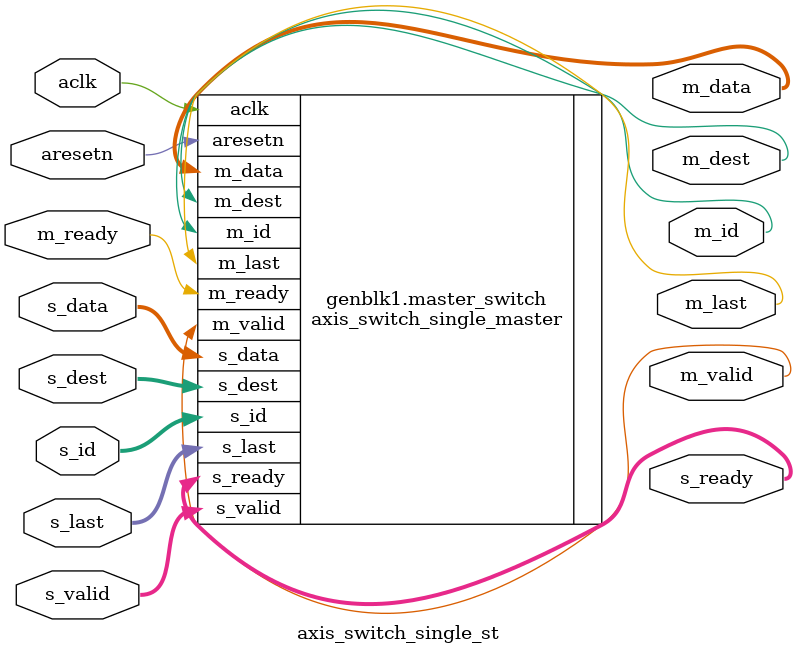
<source format=sv>

module axis_switch_single_st
#(
    parameter NSLAVES = 2,
    parameter NMASTERS = 1,
    parameter DATA_WIDTH = 64,
    parameter HAS_DEST = 0,
    parameter HAS_ID = 0,
    parameter HAS_LAST = 0,
    parameter ID_WIDTH = 1,
    parameter DEST_WIDTH = 1,
    parameter DEST_BASE = 0,
    parameter DEST_STRIDE = 1,
    parameter DEST_RANGE = 0
)
(
    input aclk,
    input aresetn,
    input  logic [NSLAVES-1:0] s_valid,
    output logic [NSLAVES-1:0] s_ready,
    input  logic [NSLAVES*DATA_WIDTH-1:0] s_data,
    input  logic [NSLAVES*DEST_WIDTH-1:0] s_dest,
    input  logic [NSLAVES*ID_WIDTH-1:0] s_id,
    input  logic [NSLAVES-1:0] s_last,
    output logic [NMASTERS-1:0] m_valid,
    input  logic [NMASTERS-1:0] m_ready,
    output logic [NMASTERS*DATA_WIDTH-1:0] m_data,
    output logic [NMASTERS*DEST_WIDTH-1:0] m_dest,
    output logic [NMASTERS*ID_WIDTH-1:0] m_id,
    output logic [NMASTERS-1:0] m_last
);

    if (NMASTERS == 1) begin

        axis_switch_single_master #(
            .NSLAVES(NSLAVES),
            .HAS_ID(HAS_ID),
            .HAS_LAST(HAS_LAST),
            .HAS_DEST(HAS_DEST),
            .DATA_WIDTH(DATA_WIDTH),
            .DEST_WIDTH(DEST_WIDTH),
            .ID_WIDTH(ID_WIDTH)
        )
        master_switch (
            .aclk(aclk),
            .aresetn(aresetn),
            .s_valid(s_valid),
            .s_ready(s_ready),
            .s_data(s_data),
            .s_dest(s_dest),
            .s_id(s_id),
            .s_last(s_last),
            .m_valid(m_valid[0]),
            .m_ready(m_ready[0]),
            .m_data(m_data),
            .m_dest(m_dest),
            .m_id(m_id),
            .m_last(m_last[0])
        );

    end else if (NSLAVES == 1) begin

        axis_switch_single_slave #(
            .NMASTERS(NMASTERS),
            .HAS_ID(HAS_ID),
            .HAS_LAST(HAS_LAST),
            .HAS_DEST(HAS_DEST),
            .DATA_WIDTH(DATA_WIDTH),
            .DEST_WIDTH(DEST_WIDTH),
            .ID_WIDTH(ID_WIDTH),
            .DEST_BASE(DEST_BASE),
            .DEST_STRIDE(DEST_STRIDE),
            .DEST_RANGE(DEST_RANGE)
        )
        master_switch (
            .aclk(aclk),
            .aresetn(aresetn),
            .s_valid(s_valid[0]),
            .s_ready(s_ready[0]),
            .s_data(s_data),
            .s_dest(s_dest),
            .s_id(s_id),
            .s_last(s_last[0]),
            .m_valid(m_valid),
            .m_ready(m_ready),
            .m_data(m_data),
            .m_dest(m_dest),
            .m_id(m_id),
            .m_last(m_last)
        );

    end else begin

    typedef enum bit[0:0] {
        IDLE,
        TRANSACTION
    } State_t;

    State_t state;

    localparam SEL_SLAVE_BITS = $clog2(NSLAVES);
    localparam SEL_MASTER_BITS = $clog2(NMASTERS);

    wire in_transaction;
    reg [DATA_WIDTH-1:0] common_m_data;
    reg common_m_last;
    reg [DEST_WIDTH-1:0] common_m_dest;
    reg [ID_WIDTH-1:0] common_m_id;
    reg [SEL_SLAVE_BITS-1:0] sel_slave;
    reg [SEL_MASTER_BITS-1:0] sel_master;

    assign in_transaction = state == TRANSACTION;

    genvar s;
    for (s = 0; s < NSLAVES; s = s+1) begin : SLAVES_READY_SIGNAL
        always_comb begin
            int j;
            s_ready[s] = 0;
            for (j = 0; j < NMASTERS; j = j+1) begin
                if (in_transaction && sel_slave == s && sel_master == j) begin
                    s_ready[s] = m_ready[j];
                end
            end
        end
    end

    genvar m;
    for (m = 0; m < NMASTERS; m = m+1) begin : MASTERS_DATA_SWITCH
        assign m_data[m*DATA_WIDTH +: DATA_WIDTH] = common_m_data;
        assign m_last[m] = common_m_last;
        assign m_id[m*ID_WIDTH +: ID_WIDTH] = common_m_id;

        always_comb begin
            int j1;
            m_valid[m] = 0;
            for (j1 = 0; j1 < NSLAVES; j1 = j1+1) begin
                if (in_transaction && sel_master == m && sel_slave == j1) begin
                    m_valid[m] = s_valid[j1];
                end
            end
        end
    end

    always_comb begin
        int j2;
        common_m_data = s_data[DATA_WIDTH-1 : 0];
        if (HAS_DEST) begin
            common_m_dest = s_dest[DEST_WIDTH-1 : 0];
        end
        if (HAS_LAST) begin
            common_m_last = s_last[0];
        end
        if (HAS_ID) begin
            common_m_id = s_id[ID_WIDTH-1:0];
        end

        for (j2 = 1; j2 < NSLAVES; j2 = j2+1) begin
            if (sel_slave == j2) begin
                common_m_data = s_data[j2*DATA_WIDTH +: DATA_WIDTH];
                if (HAS_DEST) begin
                    common_m_dest = s_dest[j2*DEST_WIDTH +: DEST_WIDTH];
                end
                if (HAS_LAST) begin
                    m_last[m] = s_last[j2];
                end
                if (HAS_ID) begin
                    m_id[m*ID_WIDTH +: ID_WIDTH] = s_id[j2*ID_WIDTH +: ID_WIDTH];
                end
            end
        end
    end

    always_ff @(posedge aclk) begin

        case (state)

            IDLE: begin
                int i, j;

                for (j = 0; j < NSLAVES; j = j+1) begin

                    for (i = 0; i < NMASTERS; i = i+1) begin
                        if (DEST_RANGE == 0) begin
                            if (s_dest[j] == DEST_BASE + i*DEST_STRIDE) begin
                                sel_master <= i;
                            end
                        end else begin
                            if (s_dest[j] >= DEST_BASE + i*DEST_STRIDE &&
                                s_dest[j] <= DEST_BASE + i*DEST_STRIDE + DEST_RANGE) begin
                                sel_master <= i;
                            end
                        end
                    end

                    if (s_valid[j]) begin
                        sel_slave <= j;
                        state <= TRANSACTION;
                        break;
                    end
                end
            end

            TRANSACTION: begin
                if (!HAS_LAST) begin
                    if (m_ready) begin
                        state <= IDLE;
                    end
                end else begin
                    int i, j;
                    for (j = 0; j < NSLAVES; j = j+1) begin
                        for (i = 0; i < NMASTERS; i = i+1) begin
                            if (sel_slave == j && s_last[j] && s_valid[j] && sel_master == i && m_ready[i]) begin
                                state <= IDLE;
                            end
                        end
                    end
                end
            end

        endcase

        if (!aresetn) begin
            state <= IDLE;
        end
    end

    end

endmodule

</source>
